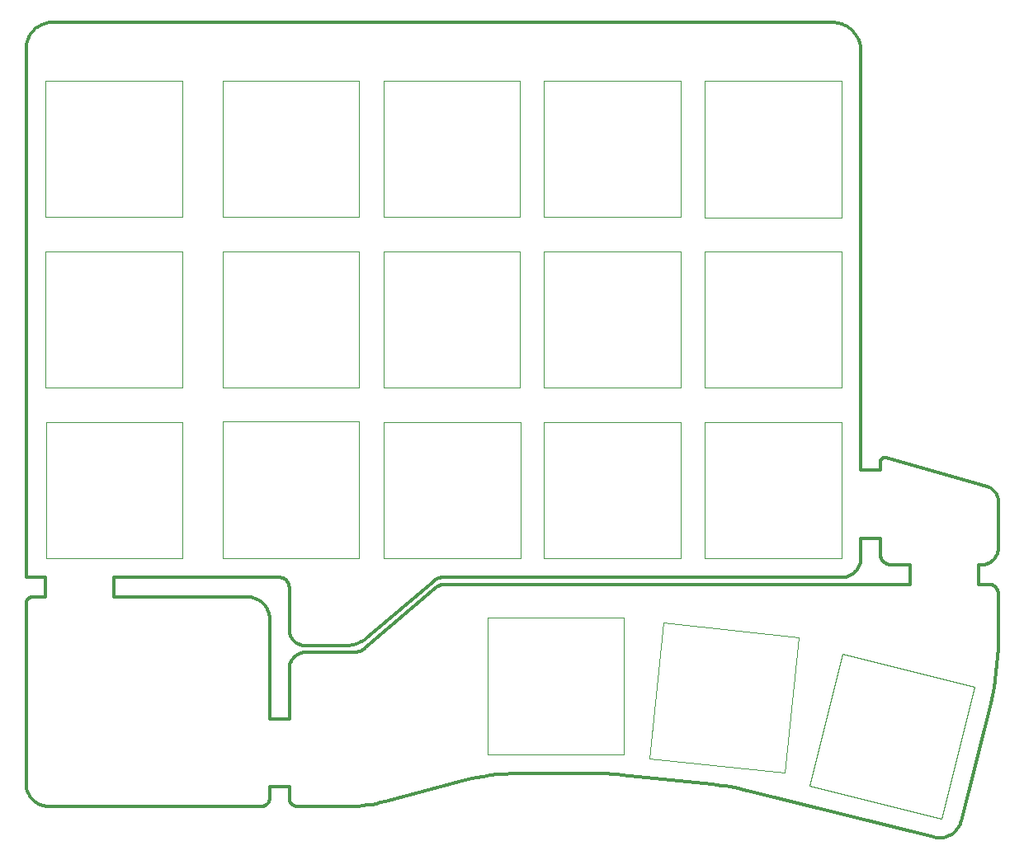
<source format=gbr>
%TF.GenerationSoftware,KiCad,Pcbnew,(6.0.6)*%
%TF.CreationDate,2022-09-17T23:41:59+09:00*%
%TF.ProjectId,split-mini_top,73706c69-742d-46d6-996e-695f746f702e,rev?*%
%TF.SameCoordinates,Original*%
%TF.FileFunction,Profile,NP*%
%FSLAX46Y46*%
G04 Gerber Fmt 4.6, Leading zero omitted, Abs format (unit mm)*
G04 Created by KiCad (PCBNEW (6.0.6)) date 2022-09-17 23:41:59*
%MOMM*%
%LPD*%
G01*
G04 APERTURE LIST*
%TA.AperFunction,Profile*%
%ADD10C,0.349999*%
%TD*%
%TA.AperFunction,Profile*%
%ADD11C,0.120000*%
%TD*%
G04 APERTURE END LIST*
D10*
X55994536Y-84127249D02*
X62941371Y-78230300D01*
X48455705Y-101342096D02*
X48491151Y-101359916D01*
X105370687Y-77817152D02*
X105460997Y-77781545D01*
X47249151Y-77968775D02*
X47297495Y-77982189D01*
X48349869Y-84268510D02*
X48399840Y-84332657D01*
X45319867Y-101428740D02*
X45359889Y-101421758D01*
X21038639Y-23391422D02*
X21028677Y-23525300D01*
X47793113Y-78313838D02*
X47824164Y-78353695D01*
X116441411Y-103937807D02*
X116513709Y-103854992D01*
X21784794Y-100840594D02*
X21871179Y-100915014D01*
X23025611Y-77937815D02*
X23025611Y-77937815D01*
X55329939Y-85497070D02*
X55255709Y-85526188D01*
X70133669Y-98111382D02*
X70873306Y-98074982D01*
X120701220Y-75435875D02*
X120723363Y-75356073D01*
X49434057Y-84919741D02*
X49514751Y-84929764D01*
X116937738Y-103067128D02*
X116968856Y-102954535D01*
X30025611Y-77937815D02*
X30025611Y-77937815D01*
X21622888Y-100678691D02*
X21701835Y-100761649D01*
X63118653Y-78104941D02*
X63165926Y-78078795D01*
X115644464Y-104498434D02*
X115743942Y-104453807D01*
X111774467Y-78637816D02*
X111774467Y-78637816D01*
X21025611Y-99129103D02*
X21025611Y-99129103D01*
X54196868Y-101437812D02*
X54659376Y-101430232D01*
X46021592Y-100691593D02*
X46024625Y-100650809D01*
X55372273Y-84547125D02*
X55503273Y-84474664D01*
X22555917Y-101302658D02*
X22662900Y-101338053D01*
X21548467Y-100592307D02*
X21622888Y-100678691D01*
X45657000Y-101298693D02*
X45690238Y-101275331D01*
X120580646Y-79029760D02*
X120551683Y-78992904D01*
X47724906Y-78238528D02*
X47724906Y-78238528D01*
X22347877Y-101216489D02*
X22450846Y-101262110D01*
X108806970Y-65784533D02*
X108788300Y-65805774D01*
X120521018Y-78957504D02*
X120488714Y-78923621D01*
X49514751Y-84929764D02*
X49596135Y-84935819D01*
X120754645Y-79416861D02*
X120743752Y-79369661D01*
X109021426Y-65650252D02*
X108994789Y-65659278D01*
X21821555Y-21737985D02*
X21728599Y-21835656D01*
X81752674Y-98175401D02*
X82102412Y-98209845D01*
X120292038Y-68989505D02*
X120198264Y-68906180D01*
X48184055Y-83991463D02*
X48220285Y-84063523D01*
X92353572Y-99303294D02*
X92803934Y-99370604D01*
X48025611Y-92437812D02*
X48025611Y-92437812D01*
X21701835Y-100761649D02*
X21784794Y-100840594D01*
X45863165Y-101102397D02*
X45886526Y-101069160D01*
X93700726Y-99528736D02*
X94146949Y-99619521D01*
X114217994Y-104607398D02*
X114332015Y-104632783D01*
X55544321Y-85390464D02*
X55474354Y-85429168D01*
X119849048Y-78639122D02*
X119798842Y-78637850D01*
X120378654Y-69079779D02*
X120292038Y-68989505D01*
X44992462Y-80327745D02*
X44896442Y-80267059D01*
X21184521Y-22743554D02*
X21142842Y-22869515D01*
X109159706Y-65628702D02*
X109131604Y-65629826D01*
X47437594Y-78036251D02*
X47482368Y-78058762D01*
X21871179Y-100915014D02*
X21960802Y-100984829D01*
X55026238Y-85593728D02*
X54947852Y-85609504D01*
X108676481Y-66089548D02*
X108675643Y-66118251D01*
X115439215Y-104573296D02*
X115542831Y-104538298D01*
X120175747Y-90041614D02*
X120334181Y-89253993D01*
X48387498Y-101301289D02*
X48421131Y-101322544D01*
X21232266Y-22619845D02*
X21184521Y-22743554D01*
X120774467Y-79613475D02*
X120774467Y-79613475D01*
X48568989Y-84510368D02*
X48630819Y-84563633D01*
X115841090Y-104404522D02*
X115935738Y-104350682D01*
X120755900Y-75193230D02*
X120766178Y-75110466D01*
X105951907Y-77483713D02*
X106024068Y-77421208D01*
X120773113Y-70057586D02*
X120769082Y-69992617D01*
X120457740Y-69176506D02*
X120378654Y-69079779D01*
X21960802Y-100984829D02*
X22053472Y-101049963D01*
X21212290Y-80175202D02*
X21188997Y-80202228D01*
X116859876Y-103283530D02*
X116901354Y-103176827D01*
X48641104Y-86024013D02*
X48579738Y-86077169D01*
X104062908Y-20956994D02*
X103915112Y-20945753D01*
X21318048Y-80079432D02*
X21289999Y-80101271D01*
X120153762Y-76253991D02*
X120217176Y-76199357D01*
X53787147Y-84937812D02*
X53787147Y-84937812D01*
X30025611Y-77937815D02*
X46998878Y-77937815D01*
X105274429Y-21363314D02*
X105152556Y-21293237D01*
X23743743Y-20941960D02*
X23608950Y-20945288D01*
X21376948Y-80040174D02*
X21347051Y-80059058D01*
X108770942Y-65827987D02*
X108754927Y-65851107D01*
X54627738Y-85637847D02*
X49716880Y-85637816D01*
X116582122Y-103768452D02*
X116646478Y-103678292D01*
X55806701Y-85204901D02*
X55806701Y-85204901D01*
X108681000Y-75645683D02*
X108687678Y-75699449D01*
X48263694Y-101199782D02*
X48292902Y-101227576D01*
X120488714Y-78923621D02*
X120454831Y-78891317D01*
X47981259Y-78665933D02*
X47994675Y-78714277D01*
X44593043Y-80114500D02*
X44487432Y-80073742D01*
X45783118Y-101195281D02*
X45783118Y-101195281D01*
X46998878Y-77937815D02*
X47049792Y-77939076D01*
X120678260Y-79190516D02*
X120656715Y-79148450D01*
X105027071Y-21228966D02*
X104898158Y-21170683D01*
X119898595Y-78642891D02*
X119849048Y-78639122D01*
X108687678Y-75699449D02*
X108696963Y-75752663D01*
X119329920Y-76619244D02*
X119411834Y-76604951D01*
X47150499Y-77949064D02*
X47200124Y-77957721D01*
X30025611Y-79937815D02*
X30025611Y-79937815D01*
X63482317Y-78736669D02*
X63441478Y-78756970D01*
X106583990Y-23124944D02*
X106544773Y-22986841D01*
X119247157Y-76629524D02*
X119329920Y-76619244D01*
X54708534Y-85636055D02*
X54627738Y-85637847D01*
X48027843Y-87242016D02*
X48025641Y-87329047D01*
X108704938Y-65951392D02*
X108696116Y-65978097D01*
X106675612Y-66895079D02*
X106675612Y-23852266D01*
X48527404Y-101375978D02*
X48564397Y-101390253D01*
X22247198Y-101165871D02*
X22347877Y-101216489D01*
X21036909Y-99357303D02*
X21050913Y-99470047D01*
X21236999Y-80149249D02*
X21236999Y-80149249D01*
X63441478Y-78756970D02*
X63401512Y-78779074D01*
X109187893Y-65629198D02*
X109159706Y-65628702D01*
X119492762Y-76586703D02*
X119572563Y-76564558D01*
X49376040Y-85672178D02*
X49294217Y-85691063D01*
X105876780Y-77542749D02*
X105951907Y-77483713D01*
X49213962Y-85713853D02*
X49135381Y-85740442D01*
X103915112Y-20945753D02*
X103765349Y-20941964D01*
X47345073Y-77997930D02*
X47391801Y-78015962D01*
X48220285Y-84063523D02*
X48260035Y-84133808D01*
X48292902Y-101227576D02*
X48323317Y-101253777D01*
X21028448Y-99243592D02*
X21036909Y-99357303D01*
X62941371Y-78230300D02*
X62941371Y-78230300D01*
X65758204Y-98834754D02*
X65758204Y-98834754D01*
X80350426Y-98083501D02*
X80701393Y-98099590D01*
X118774467Y-76637816D02*
X119079642Y-76637816D01*
X120221817Y-78734070D02*
X120178601Y-78714532D01*
X63742213Y-78653990D02*
X63697439Y-78662998D01*
X46000673Y-100811590D02*
X46009588Y-100772051D01*
X21471411Y-79992709D02*
X21439187Y-80006975D01*
X45696399Y-81067015D02*
X45635713Y-80970995D01*
X115333789Y-104603324D02*
X115439215Y-104573296D01*
X106479515Y-76811328D02*
X106519342Y-76723237D01*
X48260035Y-84133808D02*
X48303249Y-84202182D01*
X48361640Y-86317158D02*
X48314487Y-86383464D01*
X104686904Y-77937815D02*
X104789242Y-77935229D01*
X120334181Y-89253993D02*
X120468428Y-88462270D01*
X120087971Y-76305244D02*
X120153762Y-76253991D01*
X46025611Y-99437812D02*
X48025611Y-99437812D01*
X48509612Y-84453864D02*
X48509612Y-84453864D01*
X119877728Y-76438153D02*
X119949815Y-76397383D01*
X108727056Y-65899815D02*
X108715262Y-65925277D01*
X119411834Y-76604951D02*
X119492762Y-76586703D01*
X45197585Y-101437812D02*
X45238647Y-101436795D01*
X21047137Y-80483955D02*
X21039355Y-80518449D01*
X54947852Y-85609504D02*
X54868700Y-85621844D01*
X109078830Y-76388518D02*
X109121567Y-76421812D01*
X120344325Y-78804487D02*
X120304741Y-78779110D01*
X57403259Y-101068567D02*
X57851935Y-100956046D01*
X63324454Y-78828595D02*
X63287485Y-78855968D01*
X48602063Y-101402715D02*
X48640336Y-101413334D01*
X48024380Y-78913635D02*
X48025641Y-78964549D01*
X120217176Y-76199357D02*
X120278075Y-76141402D01*
X55612648Y-85348646D02*
X55544321Y-85390464D01*
X48838470Y-101437842D02*
X54196868Y-101437812D01*
X70873306Y-98074982D02*
X71614337Y-98062834D01*
X45925300Y-81583551D02*
X45889720Y-81476020D01*
X22771606Y-101368218D02*
X22881847Y-101393073D01*
X48314487Y-86383464D02*
X48270497Y-86452083D01*
X55121014Y-101407515D02*
X55581415Y-101369709D01*
X106519342Y-76723237D02*
X106554952Y-76632928D01*
X48579738Y-86077169D02*
X48521003Y-86133168D01*
X106586220Y-76540525D02*
X106613021Y-76446154D01*
X108891649Y-76191890D02*
X108924942Y-76234628D01*
X45279430Y-101433762D02*
X45319867Y-101428740D01*
X21641204Y-79945692D02*
X21606286Y-79951772D01*
X46025611Y-92437812D02*
X46025611Y-92437812D01*
X119993194Y-90824576D02*
X119993194Y-90824576D01*
X48185114Y-101108608D02*
X48209696Y-101140162D01*
X22582237Y-21202494D02*
X22463694Y-21262084D01*
X115008377Y-104662548D02*
X115118197Y-104648054D01*
X48078892Y-86906381D02*
X48060006Y-86988204D01*
X106675612Y-73895079D02*
X106675612Y-73895079D01*
X106335978Y-77061043D02*
X106387708Y-76980356D01*
X23475071Y-20955235D02*
X23342329Y-20971711D01*
X120551683Y-78992904D02*
X120521018Y-78957504D01*
X45570242Y-80877848D02*
X45500065Y-80787765D01*
X23608950Y-20945288D02*
X23475071Y-20955235D01*
X120019942Y-76353061D02*
X120087971Y-76305244D01*
X21142842Y-22869515D02*
X21107322Y-22997505D01*
X48025641Y-87329047D02*
X48025641Y-87329047D01*
X45622738Y-101320347D02*
X45657000Y-101298693D01*
X48771300Y-85926654D02*
X48704993Y-85973806D01*
X49275288Y-84888014D02*
X49354191Y-84905805D01*
X92803934Y-99370604D02*
X93253019Y-99445758D01*
X43704978Y-79937854D02*
X30025611Y-79937815D01*
X49678077Y-84937850D02*
X49678077Y-84937850D01*
X48025641Y-87329047D02*
X48025611Y-92437812D01*
X63878907Y-78638836D02*
X63833009Y-78641887D01*
X103765349Y-20941964D02*
X103765349Y-20941964D01*
X45989854Y-100850579D02*
X46000673Y-100811590D01*
X119949815Y-76397383D02*
X120019942Y-76353061D01*
X54238299Y-84907851D02*
X54386496Y-84884749D01*
X56951500Y-101166243D02*
X57403259Y-101068567D01*
X120727124Y-69739575D02*
X120691299Y-69618023D01*
X106158985Y-77286296D02*
X106221492Y-77214138D01*
X48026610Y-100665296D02*
X48029589Y-100705335D01*
X120097707Y-68830299D02*
X119990739Y-68762359D01*
X115935738Y-104350682D02*
X116027711Y-104292391D01*
X62941371Y-78230300D02*
X62983772Y-78195898D01*
X48694965Y-84613603D02*
X48761292Y-84660222D01*
X48162182Y-101075982D02*
X48185114Y-101108608D01*
X109300078Y-65647631D02*
X109300078Y-65647631D01*
X120198264Y-68906180D02*
X120097707Y-68830299D01*
X119635116Y-68611140D02*
X119635116Y-68611140D01*
X106675612Y-23852266D02*
X106671826Y-23702504D01*
X21070384Y-99581635D02*
X21095242Y-99691877D01*
X106446910Y-22719457D02*
X106388630Y-22590543D01*
X82102412Y-98209845D02*
X82102412Y-98209845D01*
X106093135Y-77355361D02*
X106158985Y-77286296D01*
X21026226Y-80624221D02*
X21025336Y-80660044D01*
X45980608Y-81803618D02*
X45955622Y-81692814D01*
X55255709Y-85526188D02*
X55180276Y-85552030D01*
X114559640Y-104665632D02*
X114672897Y-104673303D01*
X49459323Y-85657305D02*
X49376040Y-85672178D01*
X43820052Y-79940706D02*
X43704978Y-79937854D01*
X46025611Y-92437812D02*
X46025611Y-82258441D01*
X118774467Y-78637816D02*
X118774467Y-78637816D01*
X46025641Y-100609748D02*
X46025611Y-99437812D01*
X44487432Y-80073742D02*
X44379898Y-80038162D01*
X47391801Y-78015962D02*
X47437594Y-78036251D01*
X106011052Y-22001060D02*
X105919581Y-21895462D01*
X45587517Y-101340266D02*
X45622738Y-101320347D01*
X46022759Y-82143374D02*
X46014255Y-82029088D01*
X104989763Y-77914905D02*
X105087696Y-77897418D01*
X21025611Y-77937815D02*
X21025611Y-77937815D01*
X55180276Y-85552030D02*
X55103749Y-85574557D01*
X63263502Y-78032926D02*
X63313656Y-78013257D01*
X104492671Y-21033598D02*
X104351871Y-21001099D01*
X48075449Y-83688174D02*
X48097040Y-83765982D01*
X45551407Y-101358422D02*
X45587517Y-101340266D01*
X104765998Y-21118573D02*
X104630775Y-21072816D01*
X120042667Y-78668574D02*
X119995466Y-78657678D01*
X71614337Y-98062834D02*
X79296523Y-98062812D01*
X45476790Y-101389329D02*
X45514476Y-101374785D01*
X45085609Y-80393215D02*
X44992462Y-80327745D01*
X48050126Y-100823138D02*
X48060747Y-100861413D01*
X44797738Y-80211237D02*
X44696542Y-80160358D01*
X45500065Y-80787765D02*
X45425261Y-80700935D01*
X47200124Y-77957721D02*
X47249151Y-77968775D01*
X108998076Y-76315383D02*
X108998076Y-76315383D01*
X49354191Y-84905805D02*
X49434057Y-84919741D01*
X49135381Y-85740442D02*
X49058579Y-85770724D01*
X109272255Y-65640530D02*
X109244237Y-65635099D01*
X22463694Y-21262084D02*
X22348071Y-21327464D01*
X21747886Y-79937815D02*
X21747886Y-79937815D01*
X114332015Y-104632783D02*
X114445955Y-104652160D01*
X23025611Y-77937815D02*
X23025611Y-79937815D01*
X79296523Y-98062812D02*
X79296523Y-98062812D01*
X119572563Y-76564558D02*
X119651099Y-76538573D01*
X21676482Y-79941323D02*
X21641204Y-79945692D01*
X63416328Y-77980585D02*
X63468699Y-77967636D01*
X21110478Y-80319873D02*
X21094633Y-80351373D01*
X48025611Y-92437812D02*
X46025611Y-92437812D01*
X115542831Y-104538298D02*
X115644464Y-104498434D01*
X108893963Y-65710666D02*
X108870536Y-65727271D01*
X109075929Y-65636878D02*
X109048496Y-65642782D01*
X67200877Y-98497965D02*
X67929031Y-98365328D01*
X63362484Y-78802956D02*
X63324454Y-78828595D01*
X105278283Y-77848416D02*
X105370687Y-77817152D01*
X108675643Y-66118251D02*
X108675612Y-66895079D01*
X108688828Y-66005329D02*
X108683105Y-66033024D01*
X116968856Y-102954535D02*
X119993194Y-90824576D01*
X48029589Y-100705335D02*
X48034519Y-100745032D01*
X46024625Y-100650809D02*
X46025641Y-100609748D01*
X103765349Y-20941964D02*
X23743743Y-20941960D01*
X48209696Y-101140162D02*
X48235898Y-101170575D01*
X22235592Y-21398542D02*
X22126477Y-21475225D01*
X21262963Y-80124552D02*
X21236999Y-80149249D01*
X120774467Y-84461646D02*
X120774467Y-84461646D01*
X55103749Y-85574557D02*
X55026238Y-85593728D01*
X21478649Y-100502685D02*
X21548467Y-100592307D01*
X54962899Y-84728765D02*
X55101881Y-84674251D01*
X21095242Y-99691877D02*
X21125409Y-99800585D01*
X109300078Y-65647631D02*
X109272255Y-65640530D01*
X119163685Y-76635734D02*
X119247157Y-76629524D01*
X21028677Y-23525300D02*
X21025336Y-23660094D01*
X106660587Y-23554708D02*
X106642080Y-23409061D01*
X21025336Y-23660094D02*
X21025611Y-77937815D01*
X21201357Y-100012642D02*
X21246981Y-100115611D01*
X119635116Y-68611140D02*
X109300078Y-65647631D01*
X120725364Y-86068068D02*
X120762179Y-85265514D01*
X111774467Y-76637816D02*
X111774467Y-78637816D01*
X106435595Y-76897076D02*
X106479515Y-76811328D01*
X111774467Y-78637816D02*
X63925056Y-78637816D01*
X118774467Y-76637816D02*
X118774467Y-76637816D01*
X23342329Y-20971711D02*
X23210947Y-20994624D01*
X23743743Y-20941960D02*
X23743743Y-20941960D01*
X119995466Y-78657678D02*
X119947421Y-78649097D01*
X48025611Y-83285361D02*
X48027642Y-83367308D01*
X45955622Y-81692814D02*
X45925300Y-81583551D01*
X105634839Y-77697804D02*
X105718120Y-77649920D01*
X21188997Y-80202228D02*
X21167145Y-80230267D01*
X55402857Y-85464716D02*
X55329939Y-85497070D01*
X95034537Y-99824439D02*
X95034537Y-99824439D01*
X48465004Y-86191903D02*
X48411847Y-86253268D01*
X120774467Y-84461646D02*
X120774467Y-79613475D01*
X120578420Y-87667003D02*
X120664088Y-86868750D01*
X45928098Y-100999676D02*
X45946253Y-100963567D01*
X45848961Y-81370410D02*
X45803102Y-81266913D01*
X22881847Y-101393073D02*
X22993432Y-101412541D01*
X48839919Y-85882664D02*
X48771300Y-85926654D01*
X21701835Y-100761649D02*
X21701835Y-100761649D01*
X63697439Y-78662998D02*
X63653166Y-78673944D01*
X106635229Y-76349940D02*
X106652721Y-76252008D01*
X47724906Y-78238528D02*
X47760016Y-78275421D01*
X63251639Y-78885050D02*
X55806701Y-85204901D01*
X109165758Y-76452872D02*
X109211312Y-76481663D01*
X79296523Y-98062812D02*
X79647946Y-98065109D01*
X21067660Y-80416466D02*
X21056580Y-80449941D01*
X48121371Y-101007775D02*
X48140925Y-101042349D01*
X94146949Y-99619521D02*
X94591588Y-99718094D01*
X48411847Y-86253268D02*
X48361640Y-86317158D01*
X55994536Y-84127249D02*
X55994536Y-84127249D01*
X48014389Y-78812928D02*
X48020617Y-78863067D01*
X48025641Y-78964549D02*
X48025641Y-78964549D01*
X48564397Y-101390253D02*
X48602063Y-101402715D01*
X45345908Y-80617549D02*
X45262522Y-80538196D01*
X47824164Y-78353695D02*
X47853131Y-78394907D01*
X44896442Y-80267059D02*
X44797738Y-80211237D01*
X47927193Y-78525835D02*
X47947483Y-78571628D01*
X21347051Y-80059058D02*
X21318048Y-80079432D01*
X48020617Y-78863067D02*
X48024380Y-78913635D01*
X63575139Y-77948649D02*
X63629061Y-77942665D01*
X119990739Y-68762359D02*
X119877736Y-68702855D01*
X120178601Y-78714532D02*
X120134296Y-78697062D01*
X63214234Y-78054781D02*
X63263502Y-78032926D01*
X54088872Y-84924446D02*
X54238299Y-84907851D01*
X45425261Y-80700935D02*
X45345908Y-80617549D01*
X55238407Y-84613679D02*
X55372273Y-84547125D01*
X120741609Y-75275145D02*
X120755900Y-75193230D01*
X22450846Y-101262110D02*
X22555917Y-101302658D01*
X106616486Y-23265745D02*
X106583990Y-23124944D01*
X105823218Y-21794389D02*
X105722147Y-21698025D01*
X109508212Y-76604643D02*
X109560782Y-76616497D01*
X120769082Y-69992617D02*
X120762421Y-69928269D01*
X106221492Y-77214138D02*
X106280531Y-77139012D01*
X109667756Y-76632459D02*
X109721979Y-76636494D01*
X106675612Y-66895079D02*
X106675612Y-66895079D01*
X108960430Y-76275822D02*
X108998076Y-76315383D01*
X119651099Y-76538573D02*
X119728231Y-76508805D01*
X108924942Y-76234628D02*
X108960430Y-76275822D01*
X21080353Y-80383591D02*
X21067660Y-80416466D01*
X81402561Y-98145543D02*
X81752674Y-98175401D01*
X63925056Y-78637816D02*
X63878907Y-78638836D01*
X48025611Y-83285361D02*
X48025611Y-83285361D01*
X48704993Y-85973806D02*
X48641104Y-86024013D01*
X62983772Y-78195898D02*
X63027501Y-78163519D01*
X105722147Y-21698025D02*
X105616549Y-21606553D01*
X108683105Y-66033024D02*
X108678979Y-66061118D01*
X79647946Y-98065109D02*
X79999262Y-98072007D01*
X45977159Y-100888950D02*
X45989854Y-100850579D01*
X120774467Y-79613475D02*
X120773197Y-79563271D01*
X93253019Y-99445758D02*
X93700726Y-99528736D01*
X21439187Y-80006975D02*
X21407679Y-80022805D01*
X21353138Y-100314488D02*
X21413513Y-100410016D01*
X105183911Y-77875213D02*
X105278283Y-77848416D01*
X105549090Y-77741721D02*
X105634839Y-77697804D01*
X120773197Y-79563271D02*
X120769430Y-79513727D01*
X21107322Y-22997505D02*
X21078053Y-23127302D01*
X43934344Y-79949209D02*
X43820052Y-79940706D01*
X114785555Y-104675276D02*
X114897439Y-104671657D01*
X21728599Y-21835656D02*
X21640971Y-21937362D01*
X108675612Y-66895079D02*
X106675612Y-66895079D01*
X21125409Y-99800585D02*
X21160807Y-99907570D01*
X105392508Y-21439014D02*
X105274429Y-21363314D01*
X55755861Y-84312320D02*
X55877040Y-84222588D01*
X45399429Y-101412843D02*
X45438419Y-101402024D01*
X91449431Y-99192275D02*
X91449431Y-99192275D01*
X120304741Y-78779110D02*
X120263884Y-78755617D01*
X47649593Y-78170323D02*
X47688011Y-78203419D01*
X108740083Y-75908095D02*
X108759419Y-75958202D01*
X106675643Y-75949149D02*
X106675643Y-75949149D01*
X63925056Y-78637816D02*
X63925056Y-78637816D01*
X116513709Y-103854992D02*
X116582122Y-103768452D01*
X108740288Y-65875071D02*
X108727056Y-65899815D01*
X105460997Y-77781545D02*
X105549090Y-77741721D01*
X21167145Y-80230267D02*
X21146758Y-80259261D01*
X21712063Y-79938689D02*
X21676482Y-79941323D01*
X120762421Y-69928269D02*
X120753176Y-69864605D01*
X48235898Y-101170575D02*
X48263694Y-101199782D01*
X54386496Y-84884749D02*
X54533259Y-84855214D01*
X116813476Y-103387131D02*
X116859876Y-103283530D01*
X108708817Y-75805236D02*
X108723203Y-75857077D01*
X119819088Y-68676422D02*
X119759070Y-68652283D01*
X120743752Y-79369661D02*
X120730605Y-79323365D01*
X108826921Y-65764326D02*
X108806970Y-65784533D01*
X21028875Y-80588641D02*
X21026226Y-80624221D01*
X56497027Y-101249025D02*
X56951500Y-101166243D01*
X47853131Y-78394907D02*
X47879982Y-78437391D01*
X45197585Y-101437812D02*
X45197585Y-101437812D01*
X49197483Y-84866423D02*
X49275288Y-84888014D01*
X45635713Y-80970995D02*
X45570242Y-80877848D01*
X108870536Y-65727271D02*
X108848120Y-65745218D01*
X115226725Y-104628278D02*
X115333789Y-104603324D01*
X65758204Y-98834754D02*
X66477072Y-98654466D01*
X120278075Y-76141402D02*
X120278075Y-76141402D01*
X108715262Y-65925277D02*
X108704938Y-65951392D01*
X22993432Y-101412541D02*
X23106173Y-101426542D01*
X21055128Y-23258681D02*
X21038639Y-23391422D01*
X105152556Y-21293237D02*
X105027071Y-21228966D01*
X116285855Y-104091851D02*
X116365402Y-104016795D01*
X119947421Y-78649097D02*
X119898595Y-78642891D01*
X21033260Y-80553364D02*
X21028875Y-80588641D01*
X30025611Y-79937815D02*
X30025611Y-77937815D01*
X108676966Y-75591455D02*
X108681000Y-75645683D01*
X45886526Y-101069160D02*
X45908180Y-101034897D01*
X120591823Y-69387334D02*
X120528921Y-69279189D01*
X45359889Y-101421758D02*
X45399429Y-101412843D01*
X108805314Y-76055316D02*
X108831798Y-76102144D01*
X120675236Y-75514412D02*
X120701220Y-75435875D01*
X120611979Y-75667136D02*
X120645470Y-75591546D01*
X21285986Y-22498611D02*
X21232266Y-22619845D01*
X63737941Y-77937850D02*
X63737941Y-77937850D01*
X120278075Y-76141402D02*
X120336030Y-76080501D01*
X57851935Y-100956046D02*
X57851935Y-100956046D01*
X47688011Y-78203419D02*
X47724906Y-78238528D01*
X106671826Y-23702504D02*
X106660587Y-23554708D01*
X118774467Y-78637816D02*
X118774467Y-76637816D01*
X114672897Y-104673303D02*
X114785555Y-104675276D01*
X116116836Y-104229753D02*
X116202942Y-104162872D01*
X21410980Y-22264459D02*
X21345588Y-22380075D01*
X48025641Y-78964549D02*
X48025611Y-83285361D01*
X106324361Y-22465057D02*
X106254285Y-22343184D01*
X106675643Y-75949149D02*
X106675612Y-73895079D01*
X48034376Y-87156128D02*
X48027843Y-87242016D01*
X63609455Y-78686808D02*
X63566368Y-78701565D01*
X106499019Y-22851618D02*
X106446910Y-22719457D01*
X45946253Y-100963567D02*
X45962616Y-100926635D01*
X49678077Y-84937850D02*
X53787147Y-84937812D01*
X116646478Y-103678292D02*
X116706604Y-103584617D01*
X120263884Y-78755617D02*
X120221817Y-78734070D01*
X54868700Y-85621844D02*
X54788890Y-85630708D01*
X22953154Y-21059387D02*
X22827190Y-21101053D01*
X106544773Y-22986841D02*
X106499019Y-22851618D01*
X119759070Y-68652283D02*
X119697731Y-68630502D01*
X48027642Y-83367308D02*
X48033697Y-83448699D01*
X115118197Y-104648054D02*
X115226725Y-104628278D01*
X120774467Y-70123114D02*
X120774467Y-70123114D01*
X45238647Y-101436795D02*
X45279430Y-101433762D01*
X109048496Y-65642782D02*
X109021426Y-65650252D01*
X108848120Y-65745218D02*
X108826921Y-65764326D01*
X63072486Y-78133191D02*
X63118653Y-78104941D01*
X109244237Y-65635099D02*
X109216093Y-65631326D01*
X108754927Y-65851107D02*
X108740288Y-65875071D01*
X104789242Y-77935229D02*
X104890237Y-77927551D01*
X120528921Y-69279189D02*
X120457740Y-69176506D01*
X109306150Y-76532285D02*
X109355252Y-76554041D01*
X108918171Y-65695552D02*
X108893963Y-65710666D01*
X46014255Y-82029088D02*
X46000179Y-81915773D01*
X48910742Y-85841941D02*
X48839919Y-85882664D01*
X120769430Y-79513727D02*
X120763225Y-79464903D01*
X119877736Y-68702855D02*
X119819088Y-68676422D01*
X47879982Y-78437391D02*
X47904681Y-78481061D01*
X23106173Y-101426542D02*
X23219880Y-101435000D01*
X21558764Y-22042879D02*
X21482069Y-22151986D01*
X63251639Y-78885050D02*
X63251639Y-78885050D01*
X45811433Y-101165526D02*
X45838124Y-101134542D01*
X106387708Y-76980356D02*
X106435595Y-76897076D01*
X21919236Y-21645039D02*
X21821555Y-21737985D01*
X55631204Y-84396371D02*
X55755861Y-84312320D01*
X120574820Y-75741045D02*
X120611979Y-75667136D01*
X49629850Y-85640017D02*
X49543962Y-85646549D01*
X47049792Y-77939076D02*
X47100361Y-77942837D01*
X120441915Y-75951292D02*
X120489731Y-75883262D01*
X48025611Y-100624983D02*
X48025611Y-100624983D01*
X109037636Y-76353029D02*
X109078830Y-76388518D01*
X105506609Y-21520155D02*
X105392508Y-21439014D01*
X109613994Y-76625781D02*
X109667756Y-76632459D01*
X21821555Y-21737985D02*
X21821555Y-21737985D01*
X48034519Y-100745032D02*
X48041374Y-100784322D01*
X63683353Y-77939056D02*
X63737941Y-77937850D01*
X21482069Y-22151986D02*
X21410980Y-22264459D01*
X21094633Y-80351373D02*
X21080353Y-80383591D01*
X106673052Y-76051487D02*
X106675643Y-75949149D01*
X49716880Y-85637816D02*
X49629850Y-85640017D01*
X104686904Y-77937815D02*
X104686904Y-77937815D01*
X106613021Y-76446154D02*
X106635229Y-76349940D01*
X44696542Y-80160358D02*
X44593043Y-80114500D01*
X46009588Y-100772051D02*
X46016570Y-100732029D01*
X106178587Y-22225104D02*
X106097448Y-22111002D01*
X106388630Y-22590543D02*
X106324361Y-22465057D01*
X47568523Y-78110308D02*
X47609736Y-78139275D01*
X108831798Y-76102144D02*
X108860588Y-76147699D01*
X47904681Y-78481061D02*
X47927193Y-78525835D01*
X45889720Y-81476020D02*
X45848961Y-81370410D01*
X120697798Y-79233732D02*
X120678260Y-79190516D01*
X119079642Y-76637816D02*
X119079642Y-76637816D01*
X48041374Y-100784322D02*
X48050126Y-100823138D01*
X120336030Y-76080501D02*
X120390662Y-76017084D01*
X116202942Y-104162872D02*
X116285855Y-104091851D01*
X22149000Y-101110337D02*
X22247198Y-101165871D01*
X45962616Y-100926635D02*
X45977159Y-100888950D01*
X104208555Y-20975503D02*
X104062908Y-20956994D01*
X108675612Y-75536856D02*
X108676966Y-75591455D01*
X22020951Y-21557422D02*
X21919236Y-21645039D01*
X47100361Y-77942837D02*
X47150499Y-77949064D01*
X94591588Y-99718094D02*
X95034537Y-99824439D01*
X63468699Y-77967636D02*
X63521660Y-77956982D01*
X21246981Y-100115611D02*
X21297601Y-100216290D01*
X109211312Y-76481663D02*
X109258140Y-76508146D01*
X104898158Y-21170683D02*
X104765998Y-21118573D01*
X48025611Y-100624983D02*
X48026610Y-100665296D01*
X48838470Y-101437842D02*
X48838470Y-101437842D01*
X63566368Y-78701565D02*
X63523968Y-78718193D01*
X45514476Y-101374785D02*
X45551407Y-101358422D01*
X120656715Y-79148450D02*
X120633223Y-79107594D01*
X45752222Y-81165717D02*
X45696399Y-81067015D01*
X119798842Y-78637850D02*
X118774467Y-78637816D01*
X105616549Y-21606553D02*
X105506609Y-21520155D01*
X120753176Y-69864605D02*
X120727124Y-69739575D01*
X63737941Y-77937850D02*
X104686904Y-77937815D01*
X48798162Y-101436844D02*
X48838470Y-101437842D01*
X120715266Y-79278035D02*
X120697798Y-79233732D01*
X48679149Y-101422085D02*
X48718435Y-101428938D01*
X44047665Y-79963285D02*
X43934344Y-79949209D01*
X21345588Y-22380075D02*
X21285986Y-22498611D01*
X120774467Y-74942950D02*
X120774467Y-70123114D01*
X108723203Y-75857077D02*
X108740083Y-75908095D01*
X63629061Y-77942665D02*
X63683353Y-77939056D01*
X120762179Y-85265514D02*
X120774467Y-84461646D01*
X63165926Y-78078795D02*
X63214234Y-78054781D01*
X66477072Y-98654466D02*
X67200877Y-98497965D01*
X48758129Y-101433867D02*
X48798162Y-101436844D01*
X47965517Y-78618355D02*
X47981259Y-78665933D01*
X48060006Y-86988204D02*
X48045132Y-87071489D01*
X21146758Y-80259261D02*
X21127860Y-80289149D01*
X55679226Y-85303752D02*
X55612648Y-85348646D01*
X120382575Y-78831688D02*
X120344325Y-78804487D01*
X44159825Y-79982855D02*
X44047665Y-79963285D01*
X68660941Y-98256633D02*
X69396017Y-98171959D01*
X105718120Y-77649920D02*
X105798809Y-77598194D01*
X108696116Y-65978097D02*
X108688828Y-66005329D01*
X109258140Y-76508146D02*
X109306150Y-76532285D01*
X116762328Y-103487528D02*
X116813476Y-103387131D01*
X21025611Y-77937815D02*
X23025611Y-77937815D01*
X23210947Y-20994624D02*
X23081148Y-21023879D01*
X105798809Y-77598194D02*
X105876780Y-77542749D01*
X105087696Y-77897418D02*
X105183911Y-77875213D01*
X63313656Y-78013257D02*
X63364623Y-77995801D01*
X120134296Y-78697062D02*
X120088965Y-78681722D01*
X48101683Y-86826126D02*
X48078892Y-86906381D01*
X109776572Y-76637847D02*
X109776572Y-76637847D01*
X69396017Y-98171959D02*
X70133669Y-98111382D01*
X106642080Y-23409061D02*
X106616486Y-23265745D01*
X47760016Y-78275421D02*
X47793113Y-78313838D01*
X104351871Y-21001099D02*
X104208555Y-20975503D01*
X54788890Y-85630708D02*
X54708534Y-85636055D01*
X63287485Y-78855968D02*
X63251639Y-78885050D01*
X49045708Y-84812066D02*
X49120911Y-84841088D01*
X48128272Y-86747545D02*
X48101683Y-86826126D01*
X104630775Y-21072816D02*
X104492671Y-21033598D01*
X120772386Y-75026993D02*
X120774467Y-74942950D01*
X63401512Y-78779074D02*
X63362484Y-78802956D01*
X48303249Y-84202182D02*
X48349869Y-84268510D01*
X21297601Y-100216290D02*
X21353138Y-100314488D01*
X106665370Y-76152481D02*
X106673052Y-76051487D01*
X49120911Y-84841088D02*
X49197483Y-84866423D01*
X71614337Y-98062834D02*
X71614337Y-98062834D01*
X106097448Y-22111002D02*
X106011052Y-22001060D01*
X48354871Y-101278357D02*
X48387498Y-101301289D01*
X21050913Y-99470047D02*
X21070384Y-99581635D01*
X21407679Y-80022805D02*
X21376948Y-80040174D01*
X53938420Y-84934458D02*
X54088872Y-84924446D01*
X48087486Y-100936075D02*
X48103549Y-100972329D01*
X45838124Y-101134542D02*
X45863165Y-101102397D01*
X108998076Y-76315383D02*
X109037636Y-76353029D01*
X48158555Y-86670743D02*
X48128272Y-86747545D01*
X49596135Y-84935819D02*
X49678077Y-84937850D01*
X54533259Y-84855214D02*
X54678384Y-84819322D01*
X21025336Y-80660044D02*
X21025611Y-99129103D01*
X109405357Y-76573378D02*
X109456374Y-76590257D01*
X21236999Y-80149249D02*
X21212290Y-80175202D01*
X120390662Y-76017084D02*
X120441915Y-75951292D01*
X21025336Y-80660044D02*
X21025336Y-80660044D01*
X108696963Y-75752663D02*
X108708817Y-75805236D01*
X47609736Y-78139275D02*
X47649593Y-78170323D01*
X44379898Y-80038162D02*
X44270632Y-80007841D01*
X54627738Y-85637847D02*
X54627738Y-85637847D01*
X119803821Y-76475312D02*
X119877728Y-76438153D01*
X116027711Y-104292391D02*
X116116836Y-104229753D01*
X119728231Y-76508805D02*
X119803821Y-76475312D01*
X21640971Y-21937362D02*
X21558764Y-22042879D01*
X22126477Y-21475225D02*
X22020951Y-21557422D01*
X116365402Y-104016795D02*
X116441411Y-103937807D01*
X105919581Y-21895462D02*
X105823218Y-21794389D01*
X48323317Y-101253777D02*
X48354871Y-101278357D01*
X108678979Y-66061118D02*
X108676481Y-66089548D01*
X45345908Y-80617549D02*
X45345908Y-80617549D01*
X63787423Y-78646946D02*
X63742213Y-78653990D01*
X108860588Y-76147699D02*
X108891649Y-76191890D01*
X55581415Y-101369709D02*
X56040209Y-101316863D01*
X108675612Y-75536856D02*
X108675612Y-75536856D01*
X63523968Y-78718193D02*
X63482317Y-78736669D01*
X46025611Y-99437812D02*
X46025611Y-99437812D01*
X120730605Y-79323365D02*
X120715266Y-79278035D01*
X109456374Y-76590257D02*
X109508212Y-76604643D01*
X45908180Y-101034897D02*
X45928098Y-100999676D01*
X108781176Y-76007305D02*
X108805314Y-76055316D01*
X106254285Y-22343184D02*
X106178587Y-22225104D01*
X43704978Y-79937854D02*
X43704978Y-79937854D01*
X120664088Y-86868750D02*
X120725364Y-86068068D01*
X55743947Y-85255824D02*
X55679226Y-85303752D01*
X55877040Y-84222588D02*
X55994536Y-84127249D01*
X48761292Y-84660222D02*
X48829666Y-84703434D01*
X63833009Y-78641887D02*
X63787423Y-78646946D01*
X95034537Y-99824439D02*
X114217994Y-104607398D01*
X23334365Y-101437834D02*
X23334365Y-101437834D01*
X109121567Y-76421812D02*
X109165758Y-76452872D01*
X48043721Y-83529397D02*
X48057657Y-83609267D01*
X108994789Y-65659278D02*
X108968654Y-65669845D01*
X48399840Y-84332657D02*
X48453107Y-84394487D01*
X57851935Y-100956046D02*
X65758204Y-98834754D01*
X48122376Y-83842557D02*
X48151400Y-83917762D01*
X109103655Y-65632555D02*
X109075929Y-65636878D01*
X48270497Y-86452083D02*
X48229773Y-86522906D01*
X54659376Y-101430232D02*
X55121014Y-101407515D01*
X48140925Y-101042349D02*
X48162182Y-101075982D01*
X67929031Y-98365328D02*
X68660941Y-98256633D01*
X114445955Y-104652160D02*
X114559640Y-104665632D01*
X23025611Y-79937815D02*
X21747886Y-79937815D01*
X45262522Y-80538196D02*
X45175692Y-80463392D01*
X48509612Y-84453864D02*
X48568989Y-84510368D01*
X47526039Y-78083459D02*
X47568523Y-78110308D01*
X119079642Y-76637816D02*
X119163685Y-76635734D01*
X48491151Y-101359916D02*
X48527404Y-101375978D01*
X63364623Y-77995801D02*
X63416328Y-77980585D01*
X21056580Y-80449941D02*
X21047137Y-80483955D01*
X47482368Y-78058762D02*
X47526039Y-78083459D01*
X45438419Y-101402024D02*
X45476790Y-101389329D01*
X120774467Y-70123114D02*
X120773113Y-70057586D01*
X120633223Y-79107594D02*
X120607846Y-79068011D01*
X21747886Y-79937815D02*
X21712063Y-79938689D01*
X48192424Y-86595828D02*
X48158555Y-86670743D01*
X108675612Y-66895079D02*
X108675612Y-66895079D01*
X21606286Y-79951772D02*
X21571789Y-79959538D01*
X115743942Y-104453807D02*
X115841090Y-104404522D01*
X21571789Y-79959538D02*
X21537771Y-79968966D01*
X119697731Y-68630502D02*
X119635116Y-68611140D01*
X91902037Y-99243845D02*
X92353572Y-99303294D01*
X55101881Y-84674251D02*
X55238407Y-84613679D01*
X120646074Y-69500444D02*
X120591823Y-69387334D01*
X120723363Y-75356073D02*
X120741609Y-75275145D01*
X108870536Y-65727271D02*
X108870536Y-65727271D01*
X54678384Y-84819322D02*
X54821665Y-84777147D01*
X45722382Y-101250289D02*
X45753364Y-101223597D01*
X119993194Y-90824576D02*
X120175747Y-90041614D01*
X21413513Y-100410016D02*
X21478649Y-100502685D01*
X48229773Y-86522906D02*
X48192424Y-86595828D01*
X48025611Y-99437812D02*
X48025611Y-100624983D01*
X44270632Y-80007841D02*
X44159825Y-79982855D01*
X48983665Y-85804593D02*
X48910742Y-85841941D01*
X45783118Y-101195281D02*
X45811433Y-101165526D01*
X48640336Y-101413334D02*
X48679149Y-101422085D01*
X120607846Y-79068011D02*
X120580646Y-79029760D01*
X63521660Y-77956982D02*
X63575139Y-77948649D01*
X46025641Y-100609748D02*
X46025641Y-100609748D01*
X48630819Y-84563633D02*
X48694965Y-84613603D01*
X120645470Y-75591546D02*
X120675236Y-75514412D01*
X48453107Y-84394487D02*
X48509612Y-84453864D01*
X22053472Y-101049963D02*
X22149000Y-101110337D01*
X23081148Y-21023879D02*
X22953154Y-21059387D01*
X119798842Y-78637850D02*
X119798842Y-78637850D01*
X120468428Y-88462270D02*
X120578420Y-87667003D01*
X80701393Y-98099590D02*
X81052120Y-98120271D01*
X23025611Y-79937815D02*
X23025611Y-79937815D01*
X49058579Y-85770724D02*
X48983665Y-85804593D01*
X63653166Y-78673944D02*
X63609455Y-78686808D01*
X108675643Y-66118251D02*
X108675643Y-66118251D01*
X108968654Y-65669845D02*
X108943091Y-65681941D01*
X106675612Y-73895079D02*
X108675612Y-73895079D01*
X48103549Y-100972329D02*
X48121371Y-101007775D01*
X55806701Y-85204901D02*
X55743947Y-85255824D01*
X48263694Y-101199782D02*
X48263694Y-101199782D01*
X46025611Y-82258441D02*
X46025611Y-82258441D01*
X120088965Y-78681722D02*
X120042667Y-78668574D01*
X104890237Y-77927551D02*
X104989763Y-77914905D01*
X22827190Y-21101053D02*
X22703476Y-21148786D01*
X48033697Y-83448699D02*
X48043721Y-83529397D01*
X116901354Y-103176827D02*
X116937738Y-103067128D01*
X114897439Y-104671657D02*
X115008377Y-104662548D01*
X47947483Y-78571628D02*
X47965517Y-78618355D01*
X45175692Y-80463392D02*
X45085609Y-80393215D01*
X48899950Y-84743182D02*
X48972009Y-84779412D01*
X21078053Y-23127302D02*
X21055128Y-23258681D01*
X21039355Y-80518449D02*
X21033260Y-80553364D01*
X120774467Y-74942950D02*
X120774467Y-74942950D01*
X49294217Y-85691063D02*
X49213962Y-85713853D01*
X120766178Y-75110466D02*
X120772386Y-75026993D01*
X22703476Y-21148786D02*
X22582237Y-21202494D01*
X81052120Y-98120271D02*
X81402561Y-98145543D01*
X55503273Y-84474664D02*
X55631204Y-84396371D01*
X23219880Y-101435000D02*
X23334365Y-101437834D01*
X48005730Y-78763304D02*
X48014389Y-78812928D01*
X48057657Y-83609267D02*
X48075449Y-83688174D01*
X46998878Y-77937815D02*
X46998878Y-77937815D01*
X109776572Y-76637847D02*
X111774467Y-76637816D01*
X82102412Y-98209845D02*
X91449431Y-99192275D01*
X120419431Y-78860652D02*
X120382575Y-78831688D01*
X46000179Y-81915773D02*
X45980608Y-81803618D01*
X45753364Y-101223597D02*
X45783118Y-101195281D01*
X108943091Y-65681941D02*
X108918171Y-65695552D01*
X45803102Y-81266913D02*
X45752222Y-81165717D01*
X21537771Y-79968966D02*
X21504292Y-79980031D01*
X56040209Y-101316863D02*
X56497027Y-101249025D01*
X120691299Y-69618023D02*
X120646074Y-69500444D01*
X21127860Y-80289149D02*
X21110478Y-80319873D01*
X48045132Y-87071489D02*
X48034376Y-87156128D01*
X106554952Y-76632928D02*
X106586220Y-76540525D01*
X22662900Y-101338053D02*
X22771606Y-101368218D01*
X120489731Y-75883262D02*
X120534051Y-75813133D01*
X45690238Y-101275331D02*
X45722382Y-101250289D01*
X21289999Y-80101271D02*
X21262963Y-80124552D01*
X54821665Y-84777147D02*
X54962899Y-84728765D01*
X106652721Y-76252008D02*
X106665370Y-76152481D01*
X91449431Y-99192275D02*
X91902037Y-99243845D01*
X108675612Y-73895079D02*
X108675612Y-75536856D01*
X114217994Y-104607398D02*
X114217994Y-104607398D01*
X54196868Y-101437812D02*
X54196868Y-101437812D01*
X79999262Y-98072007D02*
X80350426Y-98083501D01*
X109355252Y-76554041D02*
X109405357Y-76573378D01*
X116706604Y-103584617D02*
X116762328Y-103487528D01*
X116968856Y-102954535D02*
X116968856Y-102954535D01*
X63027501Y-78163519D02*
X63072486Y-78133191D01*
X48151400Y-83917762D02*
X48184055Y-83991463D01*
X108788300Y-65805774D02*
X108770942Y-65827987D01*
X48972009Y-84779412D02*
X49045708Y-84812066D01*
X48718435Y-101428938D02*
X48758129Y-101433867D01*
X106280531Y-77139012D02*
X106335978Y-77061043D01*
X109216093Y-65631326D02*
X109187893Y-65629198D01*
X48060747Y-100861413D02*
X48073210Y-100899081D01*
X48829666Y-84703434D02*
X48899950Y-84743182D01*
X48025611Y-99437812D02*
X48025611Y-99437812D01*
X21025336Y-23660094D02*
X21025336Y-23660094D01*
X55474354Y-85429168D02*
X55402857Y-85464716D01*
X46016570Y-100732029D02*
X46021592Y-100691593D01*
X120534051Y-75813133D02*
X120574820Y-75741045D01*
X21025611Y-99129103D02*
X21028448Y-99243592D01*
X23334365Y-101437834D02*
X45197585Y-101437812D01*
X21160807Y-99907570D02*
X21201357Y-100012642D01*
X109131604Y-65629826D02*
X109103655Y-65632555D01*
X53787147Y-84937812D02*
X53938420Y-84934458D01*
X120454831Y-78891317D02*
X120419431Y-78860652D01*
X46025611Y-82258441D02*
X46022759Y-82143374D01*
X21504292Y-79980031D02*
X21471411Y-79992709D01*
X111774467Y-76637816D02*
X111774467Y-76637816D01*
X48521003Y-86133168D02*
X48465004Y-86191903D01*
X109721979Y-76636494D02*
X109776572Y-76637847D01*
X48421131Y-101322544D02*
X48455705Y-101342096D01*
X22348071Y-21327464D02*
X22235592Y-21398542D01*
X48097040Y-83765982D02*
X48122376Y-83842557D01*
X120763225Y-79464903D02*
X120754645Y-79416861D01*
X106024068Y-77421208D02*
X106093135Y-77355361D01*
X47297495Y-77982189D02*
X47345073Y-77997930D01*
X48073210Y-100899081D02*
X48087486Y-100936075D01*
X109560782Y-76616497D02*
X109613994Y-76625781D01*
X49543962Y-85646549D02*
X49459323Y-85657305D01*
X108675612Y-73895079D02*
X108675612Y-73895079D01*
X108759419Y-75958202D02*
X108781176Y-76007305D01*
X47994675Y-78714277D02*
X48005730Y-78763304D01*
D11*
%TO.C,SW6*%
X23040000Y-58460000D02*
X37040000Y-58460000D01*
X37040000Y-58460000D02*
X37040000Y-44460000D01*
X37040000Y-44460000D02*
X23040000Y-44460000D01*
X23040000Y-44460000D02*
X23040000Y-58460000D01*
%TO.C,SW11*%
X23050000Y-61960000D02*
X23050000Y-75960000D01*
X23050000Y-75960000D02*
X37050000Y-75960000D01*
X37050000Y-75960000D02*
X37050000Y-61960000D01*
X37050000Y-61960000D02*
X23050000Y-61960000D01*
%TO.C,SW9*%
X74170000Y-58460000D02*
X88170000Y-58460000D01*
X88170000Y-58460000D02*
X88170000Y-44460000D01*
X88170000Y-44460000D02*
X74170000Y-44460000D01*
X74170000Y-44460000D02*
X74170000Y-58460000D01*
%TO.C,SW3*%
X57710000Y-40950000D02*
X71710000Y-40950000D01*
X71710000Y-40950000D02*
X71710000Y-26950000D01*
X57710000Y-26950000D02*
X57710000Y-40950000D01*
X71710000Y-26950000D02*
X57710000Y-26950000D01*
%TO.C,SW5*%
X90690000Y-40960000D02*
X104690000Y-40960000D01*
X90690000Y-26960000D02*
X90690000Y-40960000D01*
X104690000Y-26960000D02*
X90690000Y-26960000D01*
X104690000Y-40960000D02*
X104690000Y-26960000D01*
%TO.C,SW15*%
X90670000Y-61960000D02*
X90670000Y-75960000D01*
X104670000Y-75960000D02*
X104670000Y-61960000D01*
X90670000Y-75960000D02*
X104670000Y-75960000D01*
X104670000Y-61960000D02*
X90670000Y-61960000D01*
%TO.C,SW7*%
X55180000Y-58450000D02*
X55180000Y-44450000D01*
X41180000Y-58450000D02*
X55180000Y-58450000D01*
X41180000Y-44450000D02*
X41180000Y-58450000D01*
X55180000Y-44450000D02*
X41180000Y-44450000D01*
%TO.C,SW16*%
X82370000Y-82080000D02*
X68370000Y-82080000D01*
X68370000Y-96080000D02*
X82370000Y-96080000D01*
X82370000Y-96080000D02*
X82370000Y-82080000D01*
X68370000Y-82080000D02*
X68370000Y-96080000D01*
%TO.C,SW18*%
X104770483Y-85753477D02*
X101383577Y-99337617D01*
X101383577Y-99337617D02*
X114967717Y-102724523D01*
X118354623Y-89140383D02*
X104770483Y-85753477D01*
X114967717Y-102724523D02*
X118354623Y-89140383D01*
%TO.C,SW8*%
X71710000Y-44460000D02*
X57710000Y-44460000D01*
X71710000Y-58460000D02*
X71710000Y-44460000D01*
X57710000Y-44460000D02*
X57710000Y-58460000D01*
X57710000Y-58460000D02*
X71710000Y-58460000D01*
%TO.C,SW17*%
X100346253Y-84056746D02*
X86422946Y-82593347D01*
X98882854Y-97980053D02*
X100346253Y-84056746D01*
X84959547Y-96516654D02*
X98882854Y-97980053D01*
X86422946Y-82593347D02*
X84959547Y-96516654D01*
%TO.C,SW10*%
X104680000Y-58470000D02*
X104680000Y-44470000D01*
X90680000Y-58470000D02*
X104680000Y-58470000D01*
X104680000Y-44470000D02*
X90680000Y-44470000D01*
X90680000Y-44470000D02*
X90680000Y-58470000D01*
%TO.C,SW2*%
X55170000Y-26950000D02*
X41170000Y-26950000D01*
X41170000Y-26950000D02*
X41170000Y-40950000D01*
X55170000Y-40950000D02*
X55170000Y-26950000D01*
X41170000Y-40950000D02*
X55170000Y-40950000D01*
%TO.C,SW13*%
X71740000Y-75980000D02*
X71740000Y-61980000D01*
X57740000Y-75980000D02*
X71740000Y-75980000D01*
X57740000Y-61980000D02*
X57740000Y-75980000D01*
X71740000Y-61980000D02*
X57740000Y-61980000D01*
%TO.C,SW12*%
X55180000Y-61940000D02*
X41180000Y-61940000D01*
X41180000Y-61940000D02*
X41180000Y-75940000D01*
X41180000Y-75940000D02*
X55180000Y-75940000D01*
X55180000Y-75940000D02*
X55180000Y-61940000D01*
%TO.C,SW14*%
X74160000Y-61960000D02*
X74160000Y-75960000D01*
X74160000Y-75960000D02*
X88160000Y-75960000D01*
X88160000Y-61960000D02*
X74160000Y-61960000D01*
X88160000Y-75960000D02*
X88160000Y-61960000D01*
%TO.C,SW1*%
X37040000Y-40930000D02*
X37040000Y-26930000D01*
X23040000Y-40930000D02*
X37040000Y-40930000D01*
X23040000Y-26930000D02*
X23040000Y-40930000D01*
X37040000Y-26930000D02*
X23040000Y-26930000D01*
%TO.C,SW4*%
X88180000Y-40930000D02*
X88180000Y-26930000D01*
X74180000Y-40930000D02*
X88180000Y-40930000D01*
X88180000Y-26930000D02*
X74180000Y-26930000D01*
X74180000Y-26930000D02*
X74180000Y-40930000D01*
%TD*%
M02*

</source>
